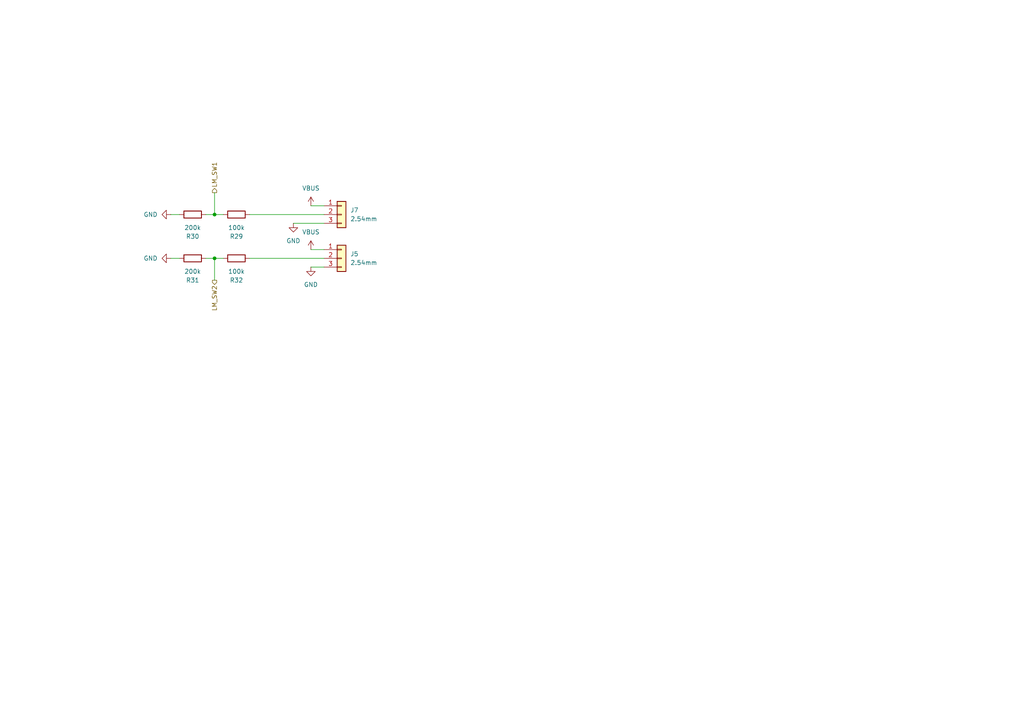
<source format=kicad_sch>
(kicad_sch
	(version 20231120)
	(generator "eeschema")
	(generator_version "8.0")
	(uuid "4b999a48-8679-4bd9-9efb-78290e56bdd9")
	(paper "A4")
	(lib_symbols
		(symbol "Connector_Generic:Conn_01x03"
			(pin_names
				(offset 1.016) hide)
			(exclude_from_sim no)
			(in_bom yes)
			(on_board yes)
			(property "Reference" "J"
				(at 0 5.08 0)
				(effects
					(font
						(size 1.27 1.27)
					)
				)
			)
			(property "Value" "Conn_01x03"
				(at 0 -5.08 0)
				(effects
					(font
						(size 1.27 1.27)
					)
				)
			)
			(property "Footprint" ""
				(at 0 0 0)
				(effects
					(font
						(size 1.27 1.27)
					)
					(hide yes)
				)
			)
			(property "Datasheet" "~"
				(at 0 0 0)
				(effects
					(font
						(size 1.27 1.27)
					)
					(hide yes)
				)
			)
			(property "Description" "Generic connector, single row, 01x03, script generated (kicad-library-utils/schlib/autogen/connector/)"
				(at 0 0 0)
				(effects
					(font
						(size 1.27 1.27)
					)
					(hide yes)
				)
			)
			(property "ki_keywords" "connector"
				(at 0 0 0)
				(effects
					(font
						(size 1.27 1.27)
					)
					(hide yes)
				)
			)
			(property "ki_fp_filters" "Connector*:*_1x??_*"
				(at 0 0 0)
				(effects
					(font
						(size 1.27 1.27)
					)
					(hide yes)
				)
			)
			(symbol "Conn_01x03_1_1"
				(rectangle
					(start -1.27 -2.413)
					(end 0 -2.667)
					(stroke
						(width 0.1524)
						(type default)
					)
					(fill
						(type none)
					)
				)
				(rectangle
					(start -1.27 0.127)
					(end 0 -0.127)
					(stroke
						(width 0.1524)
						(type default)
					)
					(fill
						(type none)
					)
				)
				(rectangle
					(start -1.27 2.667)
					(end 0 2.413)
					(stroke
						(width 0.1524)
						(type default)
					)
					(fill
						(type none)
					)
				)
				(rectangle
					(start -1.27 3.81)
					(end 1.27 -3.81)
					(stroke
						(width 0.254)
						(type default)
					)
					(fill
						(type background)
					)
				)
				(pin passive line
					(at -5.08 2.54 0)
					(length 3.81)
					(name "Pin_1"
						(effects
							(font
								(size 1.27 1.27)
							)
						)
					)
					(number "1"
						(effects
							(font
								(size 1.27 1.27)
							)
						)
					)
				)
				(pin passive line
					(at -5.08 0 0)
					(length 3.81)
					(name "Pin_2"
						(effects
							(font
								(size 1.27 1.27)
							)
						)
					)
					(number "2"
						(effects
							(font
								(size 1.27 1.27)
							)
						)
					)
				)
				(pin passive line
					(at -5.08 -2.54 0)
					(length 3.81)
					(name "Pin_3"
						(effects
							(font
								(size 1.27 1.27)
							)
						)
					)
					(number "3"
						(effects
							(font
								(size 1.27 1.27)
							)
						)
					)
				)
			)
		)
		(symbol "Device:R"
			(pin_numbers hide)
			(pin_names
				(offset 0)
			)
			(exclude_from_sim no)
			(in_bom yes)
			(on_board yes)
			(property "Reference" "R"
				(at 2.032 0 90)
				(effects
					(font
						(size 1.27 1.27)
					)
				)
			)
			(property "Value" "R"
				(at 0 0 90)
				(effects
					(font
						(size 1.27 1.27)
					)
				)
			)
			(property "Footprint" ""
				(at -1.778 0 90)
				(effects
					(font
						(size 1.27 1.27)
					)
					(hide yes)
				)
			)
			(property "Datasheet" "~"
				(at 0 0 0)
				(effects
					(font
						(size 1.27 1.27)
					)
					(hide yes)
				)
			)
			(property "Description" "Resistor"
				(at 0 0 0)
				(effects
					(font
						(size 1.27 1.27)
					)
					(hide yes)
				)
			)
			(property "ki_keywords" "R res resistor"
				(at 0 0 0)
				(effects
					(font
						(size 1.27 1.27)
					)
					(hide yes)
				)
			)
			(property "ki_fp_filters" "R_*"
				(at 0 0 0)
				(effects
					(font
						(size 1.27 1.27)
					)
					(hide yes)
				)
			)
			(symbol "R_0_1"
				(rectangle
					(start -1.016 -2.54)
					(end 1.016 2.54)
					(stroke
						(width 0.254)
						(type default)
					)
					(fill
						(type none)
					)
				)
			)
			(symbol "R_1_1"
				(pin passive line
					(at 0 3.81 270)
					(length 1.27)
					(name "~"
						(effects
							(font
								(size 1.27 1.27)
							)
						)
					)
					(number "1"
						(effects
							(font
								(size 1.27 1.27)
							)
						)
					)
				)
				(pin passive line
					(at 0 -3.81 90)
					(length 1.27)
					(name "~"
						(effects
							(font
								(size 1.27 1.27)
							)
						)
					)
					(number "2"
						(effects
							(font
								(size 1.27 1.27)
							)
						)
					)
				)
			)
		)
		(symbol "power:GND"
			(power)
			(pin_numbers hide)
			(pin_names
				(offset 0) hide)
			(exclude_from_sim no)
			(in_bom yes)
			(on_board yes)
			(property "Reference" "#PWR"
				(at 0 -6.35 0)
				(effects
					(font
						(size 1.27 1.27)
					)
					(hide yes)
				)
			)
			(property "Value" "GND"
				(at 0 -3.81 0)
				(effects
					(font
						(size 1.27 1.27)
					)
				)
			)
			(property "Footprint" ""
				(at 0 0 0)
				(effects
					(font
						(size 1.27 1.27)
					)
					(hide yes)
				)
			)
			(property "Datasheet" ""
				(at 0 0 0)
				(effects
					(font
						(size 1.27 1.27)
					)
					(hide yes)
				)
			)
			(property "Description" "Power symbol creates a global label with name \"GND\" , ground"
				(at 0 0 0)
				(effects
					(font
						(size 1.27 1.27)
					)
					(hide yes)
				)
			)
			(property "ki_keywords" "global power"
				(at 0 0 0)
				(effects
					(font
						(size 1.27 1.27)
					)
					(hide yes)
				)
			)
			(symbol "GND_0_1"
				(polyline
					(pts
						(xy 0 0) (xy 0 -1.27) (xy 1.27 -1.27) (xy 0 -2.54) (xy -1.27 -1.27) (xy 0 -1.27)
					)
					(stroke
						(width 0)
						(type default)
					)
					(fill
						(type none)
					)
				)
			)
			(symbol "GND_1_1"
				(pin power_in line
					(at 0 0 270)
					(length 0)
					(name "~"
						(effects
							(font
								(size 1.27 1.27)
							)
						)
					)
					(number "1"
						(effects
							(font
								(size 1.27 1.27)
							)
						)
					)
				)
			)
		)
		(symbol "power:VBUS"
			(power)
			(pin_names
				(offset 0)
			)
			(exclude_from_sim no)
			(in_bom yes)
			(on_board yes)
			(property "Reference" "#PWR"
				(at 0 -3.81 0)
				(effects
					(font
						(size 1.27 1.27)
					)
					(hide yes)
				)
			)
			(property "Value" "VBUS"
				(at 0 3.81 0)
				(effects
					(font
						(size 1.27 1.27)
					)
				)
			)
			(property "Footprint" ""
				(at 0 0 0)
				(effects
					(font
						(size 1.27 1.27)
					)
					(hide yes)
				)
			)
			(property "Datasheet" ""
				(at 0 0 0)
				(effects
					(font
						(size 1.27 1.27)
					)
					(hide yes)
				)
			)
			(property "Description" "Power symbol creates a global label with name \"VBUS\""
				(at 0 0 0)
				(effects
					(font
						(size 1.27 1.27)
					)
					(hide yes)
				)
			)
			(property "ki_keywords" "global power"
				(at 0 0 0)
				(effects
					(font
						(size 1.27 1.27)
					)
					(hide yes)
				)
			)
			(symbol "VBUS_0_1"
				(polyline
					(pts
						(xy -0.762 1.27) (xy 0 2.54)
					)
					(stroke
						(width 0)
						(type default)
					)
					(fill
						(type none)
					)
				)
				(polyline
					(pts
						(xy 0 0) (xy 0 2.54)
					)
					(stroke
						(width 0)
						(type default)
					)
					(fill
						(type none)
					)
				)
				(polyline
					(pts
						(xy 0 2.54) (xy 0.762 1.27)
					)
					(stroke
						(width 0)
						(type default)
					)
					(fill
						(type none)
					)
				)
			)
			(symbol "VBUS_1_1"
				(pin power_in line
					(at 0 0 90)
					(length 0) hide
					(name "VBUS"
						(effects
							(font
								(size 1.27 1.27)
							)
						)
					)
					(number "1"
						(effects
							(font
								(size 1.27 1.27)
							)
						)
					)
				)
			)
		)
	)
	(junction
		(at 62.23 62.23)
		(diameter 0)
		(color 0 0 0 0)
		(uuid "0533b1b5-6287-4120-9920-8f08295f10ba")
	)
	(junction
		(at 62.23 74.93)
		(diameter 0)
		(color 0 0 0 0)
		(uuid "bd31ee3c-701e-4006-8107-d36e7a0faa1c")
	)
	(wire
		(pts
			(xy 90.17 72.39) (xy 93.98 72.39)
		)
		(stroke
			(width 0)
			(type default)
		)
		(uuid "0207db13-437b-45ea-861c-1dfc82b0c536")
	)
	(wire
		(pts
			(xy 62.23 74.93) (xy 64.77 74.93)
		)
		(stroke
			(width 0)
			(type default)
		)
		(uuid "060eeaf4-95ae-4428-adb0-e304bb4bd64d")
	)
	(wire
		(pts
			(xy 62.23 55.88) (xy 62.23 62.23)
		)
		(stroke
			(width 0)
			(type default)
		)
		(uuid "16e41866-7d40-4ad7-a4e2-2b8cef3bbfd4")
	)
	(wire
		(pts
			(xy 90.17 77.47) (xy 93.98 77.47)
		)
		(stroke
			(width 0)
			(type default)
		)
		(uuid "3607ad42-d0ee-44ef-9470-75ffb746aa7e")
	)
	(wire
		(pts
			(xy 72.39 62.23) (xy 93.98 62.23)
		)
		(stroke
			(width 0)
			(type default)
		)
		(uuid "49275ae1-57a3-4157-a988-07be0a003904")
	)
	(wire
		(pts
			(xy 62.23 74.93) (xy 62.23 81.28)
		)
		(stroke
			(width 0)
			(type default)
		)
		(uuid "58bb7602-98d7-4e45-984c-f1c2cd983ed4")
	)
	(wire
		(pts
			(xy 62.23 62.23) (xy 64.77 62.23)
		)
		(stroke
			(width 0)
			(type default)
		)
		(uuid "5a96a900-6529-4078-80db-7551b80cca4b")
	)
	(wire
		(pts
			(xy 49.53 62.23) (xy 52.07 62.23)
		)
		(stroke
			(width 0)
			(type default)
		)
		(uuid "629936fa-2494-4fca-b08d-963fc57c0278")
	)
	(wire
		(pts
			(xy 59.69 62.23) (xy 62.23 62.23)
		)
		(stroke
			(width 0)
			(type default)
		)
		(uuid "a8126bb4-c1cd-4b47-ac4e-51ed60efe752")
	)
	(wire
		(pts
			(xy 85.09 64.77) (xy 93.98 64.77)
		)
		(stroke
			(width 0)
			(type default)
		)
		(uuid "a9360d57-49b4-4e97-a92f-a197ae65e37d")
	)
	(wire
		(pts
			(xy 49.53 74.93) (xy 52.07 74.93)
		)
		(stroke
			(width 0)
			(type default)
		)
		(uuid "b5e2abb3-5b0f-4067-aaed-88eae13107da")
	)
	(wire
		(pts
			(xy 90.17 59.69) (xy 93.98 59.69)
		)
		(stroke
			(width 0)
			(type default)
		)
		(uuid "b7730afb-0ba4-4914-a4c7-dfcebc4724f4")
	)
	(wire
		(pts
			(xy 72.39 74.93) (xy 93.98 74.93)
		)
		(stroke
			(width 0)
			(type default)
		)
		(uuid "bd7c0181-82bc-4599-9086-b744acc86f63")
	)
	(wire
		(pts
			(xy 59.69 74.93) (xy 62.23 74.93)
		)
		(stroke
			(width 0)
			(type default)
		)
		(uuid "bfaee28f-ffa0-47cd-b56b-8770dc374595")
	)
	(hierarchical_label "LM_SW2"
		(shape output)
		(at 62.23 81.28 270)
		(fields_autoplaced yes)
		(effects
			(font
				(size 1.27 1.27)
			)
			(justify right)
		)
		(uuid "84d2a8fb-deac-4906-96d8-f390128097b6")
	)
	(hierarchical_label "LM_SW1"
		(shape output)
		(at 62.23 55.88 90)
		(fields_autoplaced yes)
		(effects
			(font
				(size 1.27 1.27)
			)
			(justify left)
		)
		(uuid "f30d9673-5bf4-44e4-9a40-cc35d8df72f3")
	)
	(symbol
		(lib_id "Connector_Generic:Conn_01x03")
		(at 99.06 74.93 0)
		(unit 1)
		(exclude_from_sim no)
		(in_bom yes)
		(on_board yes)
		(dnp no)
		(fields_autoplaced yes)
		(uuid "005cfd0f-3f88-48d6-8faa-e40b00b64e4e")
		(property "Reference" "J5"
			(at 101.6 73.6599 0)
			(effects
				(font
					(size 1.27 1.27)
				)
				(justify left)
			)
		)
		(property "Value" "2.54mm"
			(at 101.6 76.1999 0)
			(effects
				(font
					(size 1.27 1.27)
				)
				(justify left)
			)
		)
		(property "Footprint" ""
			(at 99.06 74.93 0)
			(effects
				(font
					(size 1.27 1.27)
				)
				(hide yes)
			)
		)
		(property "Datasheet" "~"
			(at 99.06 74.93 0)
			(effects
				(font
					(size 1.27 1.27)
				)
				(hide yes)
			)
		)
		(property "Description" "Generic connector, single row, 01x03, script generated (kicad-library-utils/schlib/autogen/connector/)"
			(at 99.06 74.93 0)
			(effects
				(font
					(size 1.27 1.27)
				)
				(hide yes)
			)
		)
		(pin "1"
			(uuid "bd92a15c-114a-41bc-aefc-d23219b7d72b")
		)
		(pin "3"
			(uuid "edc873e0-d48e-460e-a694-6a4cda1db9c5")
		)
		(pin "2"
			(uuid "66e3b8ce-497c-42ce-9e9b-53c463b9c93d")
		)
		(instances
			(project "Call-Point-Actuator"
				(path "/700768df-09f0-45cf-9b46-9332e9bddc11/b62a1687-c636-49ad-a0ec-8e8530e55e48"
					(reference "J5")
					(unit 1)
				)
			)
		)
	)
	(symbol
		(lib_id "power:GND")
		(at 49.53 62.23 270)
		(unit 1)
		(exclude_from_sim no)
		(in_bom yes)
		(on_board yes)
		(dnp no)
		(fields_autoplaced yes)
		(uuid "138b5f24-4a5c-405b-aaec-eaffe3f3484e")
		(property "Reference" "#PWR075"
			(at 43.18 62.23 0)
			(effects
				(font
					(size 1.27 1.27)
				)
				(hide yes)
			)
		)
		(property "Value" "GND"
			(at 45.72 62.2299 90)
			(effects
				(font
					(size 1.27 1.27)
				)
				(justify right)
			)
		)
		(property "Footprint" ""
			(at 49.53 62.23 0)
			(effects
				(font
					(size 1.27 1.27)
				)
				(hide yes)
			)
		)
		(property "Datasheet" ""
			(at 49.53 62.23 0)
			(effects
				(font
					(size 1.27 1.27)
				)
				(hide yes)
			)
		)
		(property "Description" "Power symbol creates a global label with name \"GND\" , ground"
			(at 49.53 62.23 0)
			(effects
				(font
					(size 1.27 1.27)
				)
				(hide yes)
			)
		)
		(pin "1"
			(uuid "0356b096-283c-4b3e-97bc-4cd906a5bc17")
		)
		(instances
			(project "Call-Point-Actuator"
				(path "/700768df-09f0-45cf-9b46-9332e9bddc11/b62a1687-c636-49ad-a0ec-8e8530e55e48"
					(reference "#PWR075")
					(unit 1)
				)
			)
		)
	)
	(symbol
		(lib_id "Connector_Generic:Conn_01x03")
		(at 99.06 62.23 0)
		(unit 1)
		(exclude_from_sim no)
		(in_bom yes)
		(on_board yes)
		(dnp no)
		(fields_autoplaced yes)
		(uuid "1fee8b53-8483-4ec7-b994-f7a37d072c7a")
		(property "Reference" "J7"
			(at 101.6 60.9599 0)
			(effects
				(font
					(size 1.27 1.27)
				)
				(justify left)
			)
		)
		(property "Value" "2.54mm"
			(at 101.6 63.4999 0)
			(effects
				(font
					(size 1.27 1.27)
				)
				(justify left)
			)
		)
		(property "Footprint" ""
			(at 99.06 62.23 0)
			(effects
				(font
					(size 1.27 1.27)
				)
				(hide yes)
			)
		)
		(property "Datasheet" "~"
			(at 99.06 62.23 0)
			(effects
				(font
					(size 1.27 1.27)
				)
				(hide yes)
			)
		)
		(property "Description" "Generic connector, single row, 01x03, script generated (kicad-library-utils/schlib/autogen/connector/)"
			(at 99.06 62.23 0)
			(effects
				(font
					(size 1.27 1.27)
				)
				(hide yes)
			)
		)
		(pin "1"
			(uuid "79c014af-86d6-4ee3-b240-268ddcffb796")
		)
		(pin "3"
			(uuid "d5f2f04f-0255-40f6-a615-b33e2523511c")
		)
		(pin "2"
			(uuid "1f02705f-6ef2-4483-a704-fda7c2a5a6a2")
		)
		(instances
			(project "Call-Point-Actuator"
				(path "/700768df-09f0-45cf-9b46-9332e9bddc11/b62a1687-c636-49ad-a0ec-8e8530e55e48"
					(reference "J7")
					(unit 1)
				)
			)
		)
	)
	(symbol
		(lib_id "power:VBUS")
		(at 90.17 59.69 0)
		(unit 1)
		(exclude_from_sim no)
		(in_bom yes)
		(on_board yes)
		(dnp no)
		(fields_autoplaced yes)
		(uuid "3476576b-fe3a-4261-b2f3-da7db640adf5")
		(property "Reference" "#PWR071"
			(at 90.17 63.5 0)
			(effects
				(font
					(size 1.27 1.27)
				)
				(hide yes)
			)
		)
		(property "Value" "VBUS"
			(at 90.17 54.61 0)
			(effects
				(font
					(size 1.27 1.27)
				)
			)
		)
		(property "Footprint" ""
			(at 90.17 59.69 0)
			(effects
				(font
					(size 1.27 1.27)
				)
				(hide yes)
			)
		)
		(property "Datasheet" ""
			(at 90.17 59.69 0)
			(effects
				(font
					(size 1.27 1.27)
				)
				(hide yes)
			)
		)
		(property "Description" ""
			(at 90.17 59.69 0)
			(effects
				(font
					(size 1.27 1.27)
				)
				(hide yes)
			)
		)
		(pin "1"
			(uuid "4e8705ac-4256-49dc-ba93-f0f75af4a85a")
		)
		(instances
			(project "Call-Point-Actuator"
				(path "/700768df-09f0-45cf-9b46-9332e9bddc11/b62a1687-c636-49ad-a0ec-8e8530e55e48"
					(reference "#PWR071")
					(unit 1)
				)
			)
		)
	)
	(symbol
		(lib_id "Device:R")
		(at 55.88 74.93 270)
		(unit 1)
		(exclude_from_sim no)
		(in_bom yes)
		(on_board yes)
		(dnp no)
		(fields_autoplaced yes)
		(uuid "4a8dfb10-355c-4eb4-a3ba-206034ce1f08")
		(property "Reference" "R31"
			(at 55.88 81.28 90)
			(effects
				(font
					(size 1.27 1.27)
				)
			)
		)
		(property "Value" "200k"
			(at 55.88 78.74 90)
			(effects
				(font
					(size 1.27 1.27)
				)
			)
		)
		(property "Footprint" "DienLIB:R_0603"
			(at 55.88 73.152 90)
			(effects
				(font
					(size 1.27 1.27)
				)
				(hide yes)
			)
		)
		(property "Datasheet" "~"
			(at 55.88 74.93 0)
			(effects
				(font
					(size 1.27 1.27)
				)
				(hide yes)
			)
		)
		(property "Description" ""
			(at 55.88 74.93 0)
			(effects
				(font
					(size 1.27 1.27)
				)
				(hide yes)
			)
		)
		(pin "2"
			(uuid "085db0c1-2d39-41a6-b1a2-084406c776f6")
		)
		(pin "1"
			(uuid "09011963-1b16-4246-991a-85acb72ab57a")
		)
		(instances
			(project "Call-Point-Actuator"
				(path "/700768df-09f0-45cf-9b46-9332e9bddc11/b62a1687-c636-49ad-a0ec-8e8530e55e48"
					(reference "R31")
					(unit 1)
				)
			)
		)
	)
	(symbol
		(lib_id "power:GND")
		(at 49.53 74.93 270)
		(unit 1)
		(exclude_from_sim no)
		(in_bom yes)
		(on_board yes)
		(dnp no)
		(fields_autoplaced yes)
		(uuid "72d72cff-cc68-41b0-82f3-ef9dbe688440")
		(property "Reference" "#PWR076"
			(at 43.18 74.93 0)
			(effects
				(font
					(size 1.27 1.27)
				)
				(hide yes)
			)
		)
		(property "Value" "GND"
			(at 45.72 74.9299 90)
			(effects
				(font
					(size 1.27 1.27)
				)
				(justify right)
			)
		)
		(property "Footprint" ""
			(at 49.53 74.93 0)
			(effects
				(font
					(size 1.27 1.27)
				)
				(hide yes)
			)
		)
		(property "Datasheet" ""
			(at 49.53 74.93 0)
			(effects
				(font
					(size 1.27 1.27)
				)
				(hide yes)
			)
		)
		(property "Description" "Power symbol creates a global label with name \"GND\" , ground"
			(at 49.53 74.93 0)
			(effects
				(font
					(size 1.27 1.27)
				)
				(hide yes)
			)
		)
		(pin "1"
			(uuid "1cef2c68-ec02-4877-a77b-d299a6717d0b")
		)
		(instances
			(project "Call-Point-Actuator"
				(path "/700768df-09f0-45cf-9b46-9332e9bddc11/b62a1687-c636-49ad-a0ec-8e8530e55e48"
					(reference "#PWR076")
					(unit 1)
				)
			)
		)
	)
	(symbol
		(lib_id "power:VBUS")
		(at 90.17 72.39 0)
		(unit 1)
		(exclude_from_sim no)
		(in_bom yes)
		(on_board yes)
		(dnp no)
		(fields_autoplaced yes)
		(uuid "9afa81b2-8499-41a1-b68f-7936af384cdf")
		(property "Reference" "#PWR072"
			(at 90.17 76.2 0)
			(effects
				(font
					(size 1.27 1.27)
				)
				(hide yes)
			)
		)
		(property "Value" "VBUS"
			(at 90.17 67.31 0)
			(effects
				(font
					(size 1.27 1.27)
				)
			)
		)
		(property "Footprint" ""
			(at 90.17 72.39 0)
			(effects
				(font
					(size 1.27 1.27)
				)
				(hide yes)
			)
		)
		(property "Datasheet" ""
			(at 90.17 72.39 0)
			(effects
				(font
					(size 1.27 1.27)
				)
				(hide yes)
			)
		)
		(property "Description" ""
			(at 90.17 72.39 0)
			(effects
				(font
					(size 1.27 1.27)
				)
				(hide yes)
			)
		)
		(pin "1"
			(uuid "1764440b-65d3-4e94-94bd-59fc19201b3b")
		)
		(instances
			(project "Call-Point-Actuator"
				(path "/700768df-09f0-45cf-9b46-9332e9bddc11/b62a1687-c636-49ad-a0ec-8e8530e55e48"
					(reference "#PWR072")
					(unit 1)
				)
			)
		)
	)
	(symbol
		(lib_id "power:GND")
		(at 90.17 77.47 0)
		(unit 1)
		(exclude_from_sim no)
		(in_bom yes)
		(on_board yes)
		(dnp no)
		(fields_autoplaced yes)
		(uuid "b4488fa2-b062-4736-ae58-00c04b88d9bc")
		(property "Reference" "#PWR073"
			(at 90.17 83.82 0)
			(effects
				(font
					(size 1.27 1.27)
				)
				(hide yes)
			)
		)
		(property "Value" "GND"
			(at 90.17 82.55 0)
			(effects
				(font
					(size 1.27 1.27)
				)
			)
		)
		(property "Footprint" ""
			(at 90.17 77.47 0)
			(effects
				(font
					(size 1.27 1.27)
				)
				(hide yes)
			)
		)
		(property "Datasheet" ""
			(at 90.17 77.47 0)
			(effects
				(font
					(size 1.27 1.27)
				)
				(hide yes)
			)
		)
		(property "Description" "Power symbol creates a global label with name \"GND\" , ground"
			(at 90.17 77.47 0)
			(effects
				(font
					(size 1.27 1.27)
				)
				(hide yes)
			)
		)
		(pin "1"
			(uuid "15abc528-9a68-4f72-9727-20e8116cdd89")
		)
		(instances
			(project "Call-Point-Actuator"
				(path "/700768df-09f0-45cf-9b46-9332e9bddc11/b62a1687-c636-49ad-a0ec-8e8530e55e48"
					(reference "#PWR073")
					(unit 1)
				)
			)
		)
	)
	(symbol
		(lib_id "power:GND")
		(at 85.09 64.77 0)
		(unit 1)
		(exclude_from_sim no)
		(in_bom yes)
		(on_board yes)
		(dnp no)
		(fields_autoplaced yes)
		(uuid "c7061d47-a10b-44d4-84fc-ad427dd3466c")
		(property "Reference" "#PWR074"
			(at 85.09 71.12 0)
			(effects
				(font
					(size 1.27 1.27)
				)
				(hide yes)
			)
		)
		(property "Value" "GND"
			(at 85.09 69.85 0)
			(effects
				(font
					(size 1.27 1.27)
				)
			)
		)
		(property "Footprint" ""
			(at 85.09 64.77 0)
			(effects
				(font
					(size 1.27 1.27)
				)
				(hide yes)
			)
		)
		(property "Datasheet" ""
			(at 85.09 64.77 0)
			(effects
				(font
					(size 1.27 1.27)
				)
				(hide yes)
			)
		)
		(property "Description" "Power symbol creates a global label with name \"GND\" , ground"
			(at 85.09 64.77 0)
			(effects
				(font
					(size 1.27 1.27)
				)
				(hide yes)
			)
		)
		(pin "1"
			(uuid "1cdd6088-3f42-429c-8e32-48ac925701ac")
		)
		(instances
			(project "Call-Point-Actuator"
				(path "/700768df-09f0-45cf-9b46-9332e9bddc11/b62a1687-c636-49ad-a0ec-8e8530e55e48"
					(reference "#PWR074")
					(unit 1)
				)
			)
		)
	)
	(symbol
		(lib_id "Device:R")
		(at 68.58 62.23 270)
		(unit 1)
		(exclude_from_sim no)
		(in_bom yes)
		(on_board yes)
		(dnp no)
		(fields_autoplaced yes)
		(uuid "dec9316b-7771-473a-ae46-6fe30703628c")
		(property "Reference" "R29"
			(at 68.58 68.58 90)
			(effects
				(font
					(size 1.27 1.27)
				)
			)
		)
		(property "Value" "100k"
			(at 68.58 66.04 90)
			(effects
				(font
					(size 1.27 1.27)
				)
			)
		)
		(property "Footprint" "DienLIB:R_0603"
			(at 68.58 60.452 90)
			(effects
				(font
					(size 1.27 1.27)
				)
				(hide yes)
			)
		)
		(property "Datasheet" "~"
			(at 68.58 62.23 0)
			(effects
				(font
					(size 1.27 1.27)
				)
				(hide yes)
			)
		)
		(property "Description" ""
			(at 68.58 62.23 0)
			(effects
				(font
					(size 1.27 1.27)
				)
				(hide yes)
			)
		)
		(pin "2"
			(uuid "4552412d-4f1f-41ec-a1bd-51bdbf2dd626")
		)
		(pin "1"
			(uuid "76d24ad9-d97d-41ae-a1bd-5515cfc9b15b")
		)
		(instances
			(project "Call-Point-Actuator"
				(path "/700768df-09f0-45cf-9b46-9332e9bddc11/b62a1687-c636-49ad-a0ec-8e8530e55e48"
					(reference "R29")
					(unit 1)
				)
			)
		)
	)
	(symbol
		(lib_id "Device:R")
		(at 55.88 62.23 270)
		(unit 1)
		(exclude_from_sim no)
		(in_bom yes)
		(on_board yes)
		(dnp no)
		(fields_autoplaced yes)
		(uuid "febac489-ab51-41a2-97d0-92b2293f7f17")
		(property "Reference" "R30"
			(at 55.88 68.58 90)
			(effects
				(font
					(size 1.27 1.27)
				)
			)
		)
		(property "Value" "200k"
			(at 55.88 66.04 90)
			(effects
				(font
					(size 1.27 1.27)
				)
			)
		)
		(property "Footprint" "DienLIB:R_0603"
			(at 55.88 60.452 90)
			(effects
				(font
					(size 1.27 1.27)
				)
				(hide yes)
			)
		)
		(property "Datasheet" "~"
			(at 55.88 62.23 0)
			(effects
				(font
					(size 1.27 1.27)
				)
				(hide yes)
			)
		)
		(property "Description" ""
			(at 55.88 62.23 0)
			(effects
				(font
					(size 1.27 1.27)
				)
				(hide yes)
			)
		)
		(pin "2"
			(uuid "e89fabe8-8282-45b5-b53d-4b8f8b7e212c")
		)
		(pin "1"
			(uuid "ff2540c8-9969-431b-8f2b-69954f368268")
		)
		(instances
			(project "Call-Point-Actuator"
				(path "/700768df-09f0-45cf-9b46-9332e9bddc11/b62a1687-c636-49ad-a0ec-8e8530e55e48"
					(reference "R30")
					(unit 1)
				)
			)
		)
	)
	(symbol
		(lib_id "Device:R")
		(at 68.58 74.93 270)
		(unit 1)
		(exclude_from_sim no)
		(in_bom yes)
		(on_board yes)
		(dnp no)
		(fields_autoplaced yes)
		(uuid "ff7e9cb4-d69c-4adc-a0c2-73645e7a9b81")
		(property "Reference" "R32"
			(at 68.58 81.28 90)
			(effects
				(font
					(size 1.27 1.27)
				)
			)
		)
		(property "Value" "100k"
			(at 68.58 78.74 90)
			(effects
				(font
					(size 1.27 1.27)
				)
			)
		)
		(property "Footprint" "DienLIB:R_0603"
			(at 68.58 73.152 90)
			(effects
				(font
					(size 1.27 1.27)
				)
				(hide yes)
			)
		)
		(property "Datasheet" "~"
			(at 68.58 74.93 0)
			(effects
				(font
					(size 1.27 1.27)
				)
				(hide yes)
			)
		)
		(property "Description" ""
			(at 68.58 74.93 0)
			(effects
				(font
					(size 1.27 1.27)
				)
				(hide yes)
			)
		)
		(pin "2"
			(uuid "2333f160-77b0-463a-aa5b-38d3d4750441")
		)
		(pin "1"
			(uuid "1f7d7f78-2db9-4ae1-aa78-9b1a869d2bb3")
		)
		(instances
			(project "Call-Point-Actuator"
				(path "/700768df-09f0-45cf-9b46-9332e9bddc11/b62a1687-c636-49ad-a0ec-8e8530e55e48"
					(reference "R32")
					(unit 1)
				)
			)
		)
	)
)
</source>
